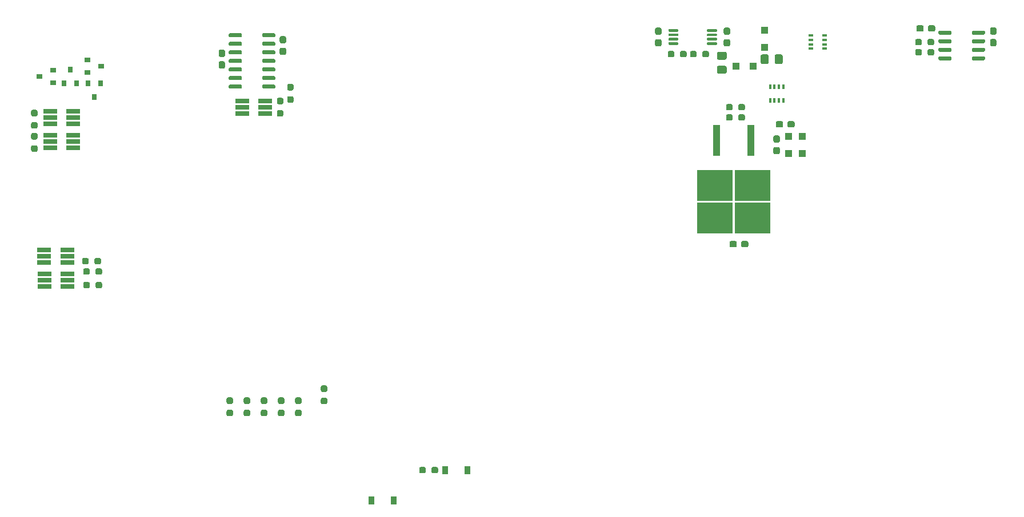
<source format=gbp>
G04 #@! TF.GenerationSoftware,KiCad,Pcbnew,(5.1.10-1-10_14)*
G04 #@! TF.CreationDate,2021-10-15T12:17:32-04:00*
G04 #@! TF.ProjectId,Multimeter,4d756c74-696d-4657-9465-722e6b696361,rev?*
G04 #@! TF.SameCoordinates,Original*
G04 #@! TF.FileFunction,Paste,Bot*
G04 #@! TF.FilePolarity,Positive*
%FSLAX46Y46*%
G04 Gerber Fmt 4.6, Leading zero omitted, Abs format (unit mm)*
G04 Created by KiCad (PCBNEW (5.1.10-1-10_14)) date 2021-10-15 12:17:32*
%MOMM*%
%LPD*%
G01*
G04 APERTURE LIST*
%ADD10R,0.900000X1.200000*%
%ADD11R,0.635000X0.381000*%
%ADD12R,0.381000X0.635000*%
%ADD13R,2.000000X0.650000*%
%ADD14R,5.250000X4.550000*%
%ADD15R,1.100000X4.600000*%
%ADD16R,1.000000X1.000000*%
%ADD17R,0.900000X0.800000*%
%ADD18R,0.800000X0.900000*%
G04 APERTURE END LIST*
D10*
X141000000Y-97000000D03*
X137700000Y-97000000D03*
G36*
G01*
X96855000Y-65261500D02*
X96855000Y-64786500D01*
G75*
G02*
X97092500Y-64549000I237500J0D01*
G01*
X97592500Y-64549000D01*
G75*
G02*
X97830000Y-64786500I0J-237500D01*
G01*
X97830000Y-65261500D01*
G75*
G02*
X97592500Y-65499000I-237500J0D01*
G01*
X97092500Y-65499000D01*
G75*
G02*
X96855000Y-65261500I0J237500D01*
G01*
G37*
G36*
G01*
X95030000Y-65261500D02*
X95030000Y-64786500D01*
G75*
G02*
X95267500Y-64549000I237500J0D01*
G01*
X95767500Y-64549000D01*
G75*
G02*
X96005000Y-64786500I0J-237500D01*
G01*
X96005000Y-65261500D01*
G75*
G02*
X95767500Y-65499000I-237500J0D01*
G01*
X95267500Y-65499000D01*
G75*
G02*
X95030000Y-65261500I0J237500D01*
G01*
G37*
D11*
X204862600Y-29948979D03*
X204862600Y-29298993D03*
X204862600Y-28649007D03*
X204862600Y-27999021D03*
X202881400Y-27999021D03*
X202881400Y-28649007D03*
X202881400Y-29298993D03*
X202881400Y-29948979D03*
D12*
X196801021Y-37584600D03*
X197451007Y-37584600D03*
X198100993Y-37584600D03*
X198750979Y-37584600D03*
X198750979Y-35603400D03*
X198100993Y-35603400D03*
X197451007Y-35603400D03*
X196801021Y-35603400D03*
D13*
X122016000Y-39576000D03*
X122016000Y-38626000D03*
X122016000Y-37676000D03*
X118596000Y-37676000D03*
X118596000Y-38626000D03*
X118596000Y-39576000D03*
G36*
G01*
X223708000Y-27427000D02*
X223708000Y-27727000D01*
G75*
G02*
X223558000Y-27877000I-150000J0D01*
G01*
X221908000Y-27877000D01*
G75*
G02*
X221758000Y-27727000I0J150000D01*
G01*
X221758000Y-27427000D01*
G75*
G02*
X221908000Y-27277000I150000J0D01*
G01*
X223558000Y-27277000D01*
G75*
G02*
X223708000Y-27427000I0J-150000D01*
G01*
G37*
G36*
G01*
X223708000Y-28697000D02*
X223708000Y-28997000D01*
G75*
G02*
X223558000Y-29147000I-150000J0D01*
G01*
X221908000Y-29147000D01*
G75*
G02*
X221758000Y-28997000I0J150000D01*
G01*
X221758000Y-28697000D01*
G75*
G02*
X221908000Y-28547000I150000J0D01*
G01*
X223558000Y-28547000D01*
G75*
G02*
X223708000Y-28697000I0J-150000D01*
G01*
G37*
G36*
G01*
X223708000Y-29967000D02*
X223708000Y-30267000D01*
G75*
G02*
X223558000Y-30417000I-150000J0D01*
G01*
X221908000Y-30417000D01*
G75*
G02*
X221758000Y-30267000I0J150000D01*
G01*
X221758000Y-29967000D01*
G75*
G02*
X221908000Y-29817000I150000J0D01*
G01*
X223558000Y-29817000D01*
G75*
G02*
X223708000Y-29967000I0J-150000D01*
G01*
G37*
G36*
G01*
X223708000Y-31237000D02*
X223708000Y-31537000D01*
G75*
G02*
X223558000Y-31687000I-150000J0D01*
G01*
X221908000Y-31687000D01*
G75*
G02*
X221758000Y-31537000I0J150000D01*
G01*
X221758000Y-31237000D01*
G75*
G02*
X221908000Y-31087000I150000J0D01*
G01*
X223558000Y-31087000D01*
G75*
G02*
X223708000Y-31237000I0J-150000D01*
G01*
G37*
G36*
G01*
X228658000Y-31237000D02*
X228658000Y-31537000D01*
G75*
G02*
X228508000Y-31687000I-150000J0D01*
G01*
X226858000Y-31687000D01*
G75*
G02*
X226708000Y-31537000I0J150000D01*
G01*
X226708000Y-31237000D01*
G75*
G02*
X226858000Y-31087000I150000J0D01*
G01*
X228508000Y-31087000D01*
G75*
G02*
X228658000Y-31237000I0J-150000D01*
G01*
G37*
G36*
G01*
X228658000Y-29967000D02*
X228658000Y-30267000D01*
G75*
G02*
X228508000Y-30417000I-150000J0D01*
G01*
X226858000Y-30417000D01*
G75*
G02*
X226708000Y-30267000I0J150000D01*
G01*
X226708000Y-29967000D01*
G75*
G02*
X226858000Y-29817000I150000J0D01*
G01*
X228508000Y-29817000D01*
G75*
G02*
X228658000Y-29967000I0J-150000D01*
G01*
G37*
G36*
G01*
X228658000Y-28697000D02*
X228658000Y-28997000D01*
G75*
G02*
X228508000Y-29147000I-150000J0D01*
G01*
X226858000Y-29147000D01*
G75*
G02*
X226708000Y-28997000I0J150000D01*
G01*
X226708000Y-28697000D01*
G75*
G02*
X226858000Y-28547000I150000J0D01*
G01*
X228508000Y-28547000D01*
G75*
G02*
X228658000Y-28697000I0J-150000D01*
G01*
G37*
G36*
G01*
X228658000Y-27427000D02*
X228658000Y-27727000D01*
G75*
G02*
X228508000Y-27877000I-150000J0D01*
G01*
X226858000Y-27877000D01*
G75*
G02*
X226708000Y-27727000I0J150000D01*
G01*
X226708000Y-27427000D01*
G75*
G02*
X226858000Y-27277000I150000J0D01*
G01*
X228508000Y-27277000D01*
G75*
G02*
X228658000Y-27427000I0J-150000D01*
G01*
G37*
X93568000Y-44656000D03*
X93568000Y-43706000D03*
X93568000Y-42756000D03*
X90148000Y-42756000D03*
X90148000Y-43706000D03*
X90148000Y-44656000D03*
G36*
G01*
X88031500Y-43431500D02*
X87556500Y-43431500D01*
G75*
G02*
X87319000Y-43194000I0J237500D01*
G01*
X87319000Y-42694000D01*
G75*
G02*
X87556500Y-42456500I237500J0D01*
G01*
X88031500Y-42456500D01*
G75*
G02*
X88269000Y-42694000I0J-237500D01*
G01*
X88269000Y-43194000D01*
G75*
G02*
X88031500Y-43431500I-237500J0D01*
G01*
G37*
G36*
G01*
X88031500Y-45256500D02*
X87556500Y-45256500D01*
G75*
G02*
X87319000Y-45019000I0J237500D01*
G01*
X87319000Y-44519000D01*
G75*
G02*
X87556500Y-44281500I237500J0D01*
G01*
X88031500Y-44281500D01*
G75*
G02*
X88269000Y-44519000I0J-237500D01*
G01*
X88269000Y-45019000D01*
G75*
G02*
X88031500Y-45256500I-237500J0D01*
G01*
G37*
G36*
G01*
X183205000Y-27137000D02*
X183205000Y-27337000D01*
G75*
G02*
X183105000Y-27437000I-100000J0D01*
G01*
X181830000Y-27437000D01*
G75*
G02*
X181730000Y-27337000I0J100000D01*
G01*
X181730000Y-27137000D01*
G75*
G02*
X181830000Y-27037000I100000J0D01*
G01*
X183105000Y-27037000D01*
G75*
G02*
X183205000Y-27137000I0J-100000D01*
G01*
G37*
G36*
G01*
X183205000Y-27787000D02*
X183205000Y-27987000D01*
G75*
G02*
X183105000Y-28087000I-100000J0D01*
G01*
X181830000Y-28087000D01*
G75*
G02*
X181730000Y-27987000I0J100000D01*
G01*
X181730000Y-27787000D01*
G75*
G02*
X181830000Y-27687000I100000J0D01*
G01*
X183105000Y-27687000D01*
G75*
G02*
X183205000Y-27787000I0J-100000D01*
G01*
G37*
G36*
G01*
X183205000Y-28437000D02*
X183205000Y-28637000D01*
G75*
G02*
X183105000Y-28737000I-100000J0D01*
G01*
X181830000Y-28737000D01*
G75*
G02*
X181730000Y-28637000I0J100000D01*
G01*
X181730000Y-28437000D01*
G75*
G02*
X181830000Y-28337000I100000J0D01*
G01*
X183105000Y-28337000D01*
G75*
G02*
X183205000Y-28437000I0J-100000D01*
G01*
G37*
G36*
G01*
X183205000Y-29087000D02*
X183205000Y-29287000D01*
G75*
G02*
X183105000Y-29387000I-100000J0D01*
G01*
X181830000Y-29387000D01*
G75*
G02*
X181730000Y-29287000I0J100000D01*
G01*
X181730000Y-29087000D01*
G75*
G02*
X181830000Y-28987000I100000J0D01*
G01*
X183105000Y-28987000D01*
G75*
G02*
X183205000Y-29087000I0J-100000D01*
G01*
G37*
G36*
G01*
X188930000Y-29087000D02*
X188930000Y-29287000D01*
G75*
G02*
X188830000Y-29387000I-100000J0D01*
G01*
X187555000Y-29387000D01*
G75*
G02*
X187455000Y-29287000I0J100000D01*
G01*
X187455000Y-29087000D01*
G75*
G02*
X187555000Y-28987000I100000J0D01*
G01*
X188830000Y-28987000D01*
G75*
G02*
X188930000Y-29087000I0J-100000D01*
G01*
G37*
G36*
G01*
X188930000Y-28437000D02*
X188930000Y-28637000D01*
G75*
G02*
X188830000Y-28737000I-100000J0D01*
G01*
X187555000Y-28737000D01*
G75*
G02*
X187455000Y-28637000I0J100000D01*
G01*
X187455000Y-28437000D01*
G75*
G02*
X187555000Y-28337000I100000J0D01*
G01*
X188830000Y-28337000D01*
G75*
G02*
X188930000Y-28437000I0J-100000D01*
G01*
G37*
G36*
G01*
X188930000Y-27787000D02*
X188930000Y-27987000D01*
G75*
G02*
X188830000Y-28087000I-100000J0D01*
G01*
X187555000Y-28087000D01*
G75*
G02*
X187455000Y-27987000I0J100000D01*
G01*
X187455000Y-27787000D01*
G75*
G02*
X187555000Y-27687000I100000J0D01*
G01*
X188830000Y-27687000D01*
G75*
G02*
X188930000Y-27787000I0J-100000D01*
G01*
G37*
G36*
G01*
X188930000Y-27137000D02*
X188930000Y-27337000D01*
G75*
G02*
X188830000Y-27437000I-100000J0D01*
G01*
X187555000Y-27437000D01*
G75*
G02*
X187455000Y-27337000I0J100000D01*
G01*
X187455000Y-27137000D01*
G75*
G02*
X187555000Y-27037000I100000J0D01*
G01*
X188830000Y-27037000D01*
G75*
G02*
X188930000Y-27137000I0J-100000D01*
G01*
G37*
D14*
X194201000Y-50244000D03*
X188651000Y-55094000D03*
X188651000Y-50244000D03*
X194201000Y-55094000D03*
D15*
X193966000Y-43519000D03*
X188886000Y-43519000D03*
G36*
G01*
X190647500Y-27887000D02*
X190172500Y-27887000D01*
G75*
G02*
X189935000Y-27649500I0J237500D01*
G01*
X189935000Y-27049500D01*
G75*
G02*
X190172500Y-26812000I237500J0D01*
G01*
X190647500Y-26812000D01*
G75*
G02*
X190885000Y-27049500I0J-237500D01*
G01*
X190885000Y-27649500D01*
G75*
G02*
X190647500Y-27887000I-237500J0D01*
G01*
G37*
G36*
G01*
X190647500Y-29612000D02*
X190172500Y-29612000D01*
G75*
G02*
X189935000Y-29374500I0J237500D01*
G01*
X189935000Y-28774500D01*
G75*
G02*
X190172500Y-28537000I237500J0D01*
G01*
X190647500Y-28537000D01*
G75*
G02*
X190885000Y-28774500I0J-237500D01*
G01*
X190885000Y-29374500D01*
G75*
G02*
X190647500Y-29612000I-237500J0D01*
G01*
G37*
D10*
X151928000Y-92474000D03*
X148628000Y-92474000D03*
G36*
G01*
X88031500Y-39979000D02*
X87556500Y-39979000D01*
G75*
G02*
X87319000Y-39741500I0J237500D01*
G01*
X87319000Y-39241500D01*
G75*
G02*
X87556500Y-39004000I237500J0D01*
G01*
X88031500Y-39004000D01*
G75*
G02*
X88269000Y-39241500I0J-237500D01*
G01*
X88269000Y-39741500D01*
G75*
G02*
X88031500Y-39979000I-237500J0D01*
G01*
G37*
G36*
G01*
X88031500Y-41804000D02*
X87556500Y-41804000D01*
G75*
G02*
X87319000Y-41566500I0J237500D01*
G01*
X87319000Y-41066500D01*
G75*
G02*
X87556500Y-40829000I237500J0D01*
G01*
X88031500Y-40829000D01*
G75*
G02*
X88269000Y-41066500I0J-237500D01*
G01*
X88269000Y-41566500D01*
G75*
G02*
X88031500Y-41804000I-237500J0D01*
G01*
G37*
D13*
X92710000Y-65230000D03*
X92710000Y-64280000D03*
X92710000Y-63330000D03*
X89290000Y-63330000D03*
X89290000Y-64280000D03*
X89290000Y-65230000D03*
G36*
G01*
X121552000Y-35728000D02*
X121552000Y-35428000D01*
G75*
G02*
X121702000Y-35278000I150000J0D01*
G01*
X123352000Y-35278000D01*
G75*
G02*
X123502000Y-35428000I0J-150000D01*
G01*
X123502000Y-35728000D01*
G75*
G02*
X123352000Y-35878000I-150000J0D01*
G01*
X121702000Y-35878000D01*
G75*
G02*
X121552000Y-35728000I0J150000D01*
G01*
G37*
G36*
G01*
X121552000Y-34458000D02*
X121552000Y-34158000D01*
G75*
G02*
X121702000Y-34008000I150000J0D01*
G01*
X123352000Y-34008000D01*
G75*
G02*
X123502000Y-34158000I0J-150000D01*
G01*
X123502000Y-34458000D01*
G75*
G02*
X123352000Y-34608000I-150000J0D01*
G01*
X121702000Y-34608000D01*
G75*
G02*
X121552000Y-34458000I0J150000D01*
G01*
G37*
G36*
G01*
X121552000Y-33188000D02*
X121552000Y-32888000D01*
G75*
G02*
X121702000Y-32738000I150000J0D01*
G01*
X123352000Y-32738000D01*
G75*
G02*
X123502000Y-32888000I0J-150000D01*
G01*
X123502000Y-33188000D01*
G75*
G02*
X123352000Y-33338000I-150000J0D01*
G01*
X121702000Y-33338000D01*
G75*
G02*
X121552000Y-33188000I0J150000D01*
G01*
G37*
G36*
G01*
X121552000Y-31918000D02*
X121552000Y-31618000D01*
G75*
G02*
X121702000Y-31468000I150000J0D01*
G01*
X123352000Y-31468000D01*
G75*
G02*
X123502000Y-31618000I0J-150000D01*
G01*
X123502000Y-31918000D01*
G75*
G02*
X123352000Y-32068000I-150000J0D01*
G01*
X121702000Y-32068000D01*
G75*
G02*
X121552000Y-31918000I0J150000D01*
G01*
G37*
G36*
G01*
X121552000Y-30648000D02*
X121552000Y-30348000D01*
G75*
G02*
X121702000Y-30198000I150000J0D01*
G01*
X123352000Y-30198000D01*
G75*
G02*
X123502000Y-30348000I0J-150000D01*
G01*
X123502000Y-30648000D01*
G75*
G02*
X123352000Y-30798000I-150000J0D01*
G01*
X121702000Y-30798000D01*
G75*
G02*
X121552000Y-30648000I0J150000D01*
G01*
G37*
G36*
G01*
X121552000Y-29378000D02*
X121552000Y-29078000D01*
G75*
G02*
X121702000Y-28928000I150000J0D01*
G01*
X123352000Y-28928000D01*
G75*
G02*
X123502000Y-29078000I0J-150000D01*
G01*
X123502000Y-29378000D01*
G75*
G02*
X123352000Y-29528000I-150000J0D01*
G01*
X121702000Y-29528000D01*
G75*
G02*
X121552000Y-29378000I0J150000D01*
G01*
G37*
G36*
G01*
X121552000Y-28108000D02*
X121552000Y-27808000D01*
G75*
G02*
X121702000Y-27658000I150000J0D01*
G01*
X123352000Y-27658000D01*
G75*
G02*
X123502000Y-27808000I0J-150000D01*
G01*
X123502000Y-28108000D01*
G75*
G02*
X123352000Y-28258000I-150000J0D01*
G01*
X121702000Y-28258000D01*
G75*
G02*
X121552000Y-28108000I0J150000D01*
G01*
G37*
G36*
G01*
X116602000Y-28108000D02*
X116602000Y-27808000D01*
G75*
G02*
X116752000Y-27658000I150000J0D01*
G01*
X118402000Y-27658000D01*
G75*
G02*
X118552000Y-27808000I0J-150000D01*
G01*
X118552000Y-28108000D01*
G75*
G02*
X118402000Y-28258000I-150000J0D01*
G01*
X116752000Y-28258000D01*
G75*
G02*
X116602000Y-28108000I0J150000D01*
G01*
G37*
G36*
G01*
X116602000Y-29378000D02*
X116602000Y-29078000D01*
G75*
G02*
X116752000Y-28928000I150000J0D01*
G01*
X118402000Y-28928000D01*
G75*
G02*
X118552000Y-29078000I0J-150000D01*
G01*
X118552000Y-29378000D01*
G75*
G02*
X118402000Y-29528000I-150000J0D01*
G01*
X116752000Y-29528000D01*
G75*
G02*
X116602000Y-29378000I0J150000D01*
G01*
G37*
G36*
G01*
X116602000Y-30648000D02*
X116602000Y-30348000D01*
G75*
G02*
X116752000Y-30198000I150000J0D01*
G01*
X118402000Y-30198000D01*
G75*
G02*
X118552000Y-30348000I0J-150000D01*
G01*
X118552000Y-30648000D01*
G75*
G02*
X118402000Y-30798000I-150000J0D01*
G01*
X116752000Y-30798000D01*
G75*
G02*
X116602000Y-30648000I0J150000D01*
G01*
G37*
G36*
G01*
X116602000Y-31918000D02*
X116602000Y-31618000D01*
G75*
G02*
X116752000Y-31468000I150000J0D01*
G01*
X118402000Y-31468000D01*
G75*
G02*
X118552000Y-31618000I0J-150000D01*
G01*
X118552000Y-31918000D01*
G75*
G02*
X118402000Y-32068000I-150000J0D01*
G01*
X116752000Y-32068000D01*
G75*
G02*
X116602000Y-31918000I0J150000D01*
G01*
G37*
G36*
G01*
X116602000Y-33188000D02*
X116602000Y-32888000D01*
G75*
G02*
X116752000Y-32738000I150000J0D01*
G01*
X118402000Y-32738000D01*
G75*
G02*
X118552000Y-32888000I0J-150000D01*
G01*
X118552000Y-33188000D01*
G75*
G02*
X118402000Y-33338000I-150000J0D01*
G01*
X116752000Y-33338000D01*
G75*
G02*
X116602000Y-33188000I0J150000D01*
G01*
G37*
G36*
G01*
X116602000Y-34458000D02*
X116602000Y-34158000D01*
G75*
G02*
X116752000Y-34008000I150000J0D01*
G01*
X118402000Y-34008000D01*
G75*
G02*
X118552000Y-34158000I0J-150000D01*
G01*
X118552000Y-34458000D01*
G75*
G02*
X118402000Y-34608000I-150000J0D01*
G01*
X116752000Y-34608000D01*
G75*
G02*
X116602000Y-34458000I0J150000D01*
G01*
G37*
G36*
G01*
X116602000Y-35728000D02*
X116602000Y-35428000D01*
G75*
G02*
X116752000Y-35278000I150000J0D01*
G01*
X118402000Y-35278000D01*
G75*
G02*
X118552000Y-35428000I0J-150000D01*
G01*
X118552000Y-35728000D01*
G75*
G02*
X118402000Y-35878000I-150000J0D01*
G01*
X116752000Y-35878000D01*
G75*
G02*
X116602000Y-35728000I0J150000D01*
G01*
G37*
G36*
G01*
X185921000Y-30514500D02*
X185921000Y-30989500D01*
G75*
G02*
X185683500Y-31227000I-237500J0D01*
G01*
X185183500Y-31227000D01*
G75*
G02*
X184946000Y-30989500I0J237500D01*
G01*
X184946000Y-30514500D01*
G75*
G02*
X185183500Y-30277000I237500J0D01*
G01*
X185683500Y-30277000D01*
G75*
G02*
X185921000Y-30514500I0J-237500D01*
G01*
G37*
G36*
G01*
X187746000Y-30514500D02*
X187746000Y-30989500D01*
G75*
G02*
X187508500Y-31227000I-237500J0D01*
G01*
X187008500Y-31227000D01*
G75*
G02*
X186771000Y-30989500I0J237500D01*
G01*
X186771000Y-30514500D01*
G75*
G02*
X187008500Y-30277000I237500J0D01*
G01*
X187508500Y-30277000D01*
G75*
G02*
X187746000Y-30514500I0J-237500D01*
G01*
G37*
G36*
G01*
X182619000Y-30514500D02*
X182619000Y-30989500D01*
G75*
G02*
X182381500Y-31227000I-237500J0D01*
G01*
X181881500Y-31227000D01*
G75*
G02*
X181644000Y-30989500I0J237500D01*
G01*
X181644000Y-30514500D01*
G75*
G02*
X181881500Y-30277000I237500J0D01*
G01*
X182381500Y-30277000D01*
G75*
G02*
X182619000Y-30514500I0J-237500D01*
G01*
G37*
G36*
G01*
X184444000Y-30514500D02*
X184444000Y-30989500D01*
G75*
G02*
X184206500Y-31227000I-237500J0D01*
G01*
X183706500Y-31227000D01*
G75*
G02*
X183469000Y-30989500I0J237500D01*
G01*
X183469000Y-30514500D01*
G75*
G02*
X183706500Y-30277000I237500J0D01*
G01*
X184206500Y-30277000D01*
G75*
G02*
X184444000Y-30514500I0J-237500D01*
G01*
G37*
G36*
G01*
X191255000Y-38388500D02*
X191255000Y-38863500D01*
G75*
G02*
X191017500Y-39101000I-237500J0D01*
G01*
X190517500Y-39101000D01*
G75*
G02*
X190280000Y-38863500I0J237500D01*
G01*
X190280000Y-38388500D01*
G75*
G02*
X190517500Y-38151000I237500J0D01*
G01*
X191017500Y-38151000D01*
G75*
G02*
X191255000Y-38388500I0J-237500D01*
G01*
G37*
G36*
G01*
X193080000Y-38388500D02*
X193080000Y-38863500D01*
G75*
G02*
X192842500Y-39101000I-237500J0D01*
G01*
X192342500Y-39101000D01*
G75*
G02*
X192105000Y-38863500I0J237500D01*
G01*
X192105000Y-38388500D01*
G75*
G02*
X192342500Y-38151000I237500J0D01*
G01*
X192842500Y-38151000D01*
G75*
G02*
X193080000Y-38388500I0J-237500D01*
G01*
G37*
G36*
G01*
X192105000Y-40387500D02*
X192105000Y-39912500D01*
G75*
G02*
X192342500Y-39675000I237500J0D01*
G01*
X192842500Y-39675000D01*
G75*
G02*
X193080000Y-39912500I0J-237500D01*
G01*
X193080000Y-40387500D01*
G75*
G02*
X192842500Y-40625000I-237500J0D01*
G01*
X192342500Y-40625000D01*
G75*
G02*
X192105000Y-40387500I0J237500D01*
G01*
G37*
G36*
G01*
X190280000Y-40387500D02*
X190280000Y-39912500D01*
G75*
G02*
X190517500Y-39675000I237500J0D01*
G01*
X191017500Y-39675000D01*
G75*
G02*
X191255000Y-39912500I0J-237500D01*
G01*
X191255000Y-40387500D01*
G75*
G02*
X191017500Y-40625000I-237500J0D01*
G01*
X190517500Y-40625000D01*
G75*
G02*
X190280000Y-40387500I0J237500D01*
G01*
G37*
G36*
G01*
X220135000Y-30717500D02*
X220135000Y-30242500D01*
G75*
G02*
X220372500Y-30005000I237500J0D01*
G01*
X220872500Y-30005000D01*
G75*
G02*
X221110000Y-30242500I0J-237500D01*
G01*
X221110000Y-30717500D01*
G75*
G02*
X220872500Y-30955000I-237500J0D01*
G01*
X220372500Y-30955000D01*
G75*
G02*
X220135000Y-30717500I0J237500D01*
G01*
G37*
G36*
G01*
X218310000Y-30717500D02*
X218310000Y-30242500D01*
G75*
G02*
X218547500Y-30005000I237500J0D01*
G01*
X219047500Y-30005000D01*
G75*
G02*
X219285000Y-30242500I0J-237500D01*
G01*
X219285000Y-30717500D01*
G75*
G02*
X219047500Y-30955000I-237500J0D01*
G01*
X218547500Y-30955000D01*
G75*
G02*
X218310000Y-30717500I0J237500D01*
G01*
G37*
G36*
G01*
X220135000Y-29211500D02*
X220135000Y-28736500D01*
G75*
G02*
X220372500Y-28499000I237500J0D01*
G01*
X220872500Y-28499000D01*
G75*
G02*
X221110000Y-28736500I0J-237500D01*
G01*
X221110000Y-29211500D01*
G75*
G02*
X220872500Y-29449000I-237500J0D01*
G01*
X220372500Y-29449000D01*
G75*
G02*
X220135000Y-29211500I0J237500D01*
G01*
G37*
G36*
G01*
X218310000Y-29211500D02*
X218310000Y-28736500D01*
G75*
G02*
X218547500Y-28499000I237500J0D01*
G01*
X219047500Y-28499000D01*
G75*
G02*
X219285000Y-28736500I0J-237500D01*
G01*
X219285000Y-29211500D01*
G75*
G02*
X219047500Y-29449000I-237500J0D01*
G01*
X218547500Y-29449000D01*
G75*
G02*
X218310000Y-29211500I0J237500D01*
G01*
G37*
G36*
G01*
X130482500Y-81723000D02*
X130957500Y-81723000D01*
G75*
G02*
X131195000Y-81960500I0J-237500D01*
G01*
X131195000Y-82460500D01*
G75*
G02*
X130957500Y-82698000I-237500J0D01*
G01*
X130482500Y-82698000D01*
G75*
G02*
X130245000Y-82460500I0J237500D01*
G01*
X130245000Y-81960500D01*
G75*
G02*
X130482500Y-81723000I237500J0D01*
G01*
G37*
G36*
G01*
X130482500Y-79898000D02*
X130957500Y-79898000D01*
G75*
G02*
X131195000Y-80135500I0J-237500D01*
G01*
X131195000Y-80635500D01*
G75*
G02*
X130957500Y-80873000I-237500J0D01*
G01*
X130482500Y-80873000D01*
G75*
G02*
X130245000Y-80635500I0J237500D01*
G01*
X130245000Y-80135500D01*
G75*
G02*
X130482500Y-79898000I237500J0D01*
G01*
G37*
G36*
G01*
X116512500Y-83501000D02*
X116987500Y-83501000D01*
G75*
G02*
X117225000Y-83738500I0J-237500D01*
G01*
X117225000Y-84238500D01*
G75*
G02*
X116987500Y-84476000I-237500J0D01*
G01*
X116512500Y-84476000D01*
G75*
G02*
X116275000Y-84238500I0J237500D01*
G01*
X116275000Y-83738500D01*
G75*
G02*
X116512500Y-83501000I237500J0D01*
G01*
G37*
G36*
G01*
X116512500Y-81676000D02*
X116987500Y-81676000D01*
G75*
G02*
X117225000Y-81913500I0J-237500D01*
G01*
X117225000Y-82413500D01*
G75*
G02*
X116987500Y-82651000I-237500J0D01*
G01*
X116512500Y-82651000D01*
G75*
G02*
X116275000Y-82413500I0J237500D01*
G01*
X116275000Y-81913500D01*
G75*
G02*
X116512500Y-81676000I237500J0D01*
G01*
G37*
G36*
G01*
X119052500Y-83501000D02*
X119527500Y-83501000D01*
G75*
G02*
X119765000Y-83738500I0J-237500D01*
G01*
X119765000Y-84238500D01*
G75*
G02*
X119527500Y-84476000I-237500J0D01*
G01*
X119052500Y-84476000D01*
G75*
G02*
X118815000Y-84238500I0J237500D01*
G01*
X118815000Y-83738500D01*
G75*
G02*
X119052500Y-83501000I237500J0D01*
G01*
G37*
G36*
G01*
X119052500Y-81676000D02*
X119527500Y-81676000D01*
G75*
G02*
X119765000Y-81913500I0J-237500D01*
G01*
X119765000Y-82413500D01*
G75*
G02*
X119527500Y-82651000I-237500J0D01*
G01*
X119052500Y-82651000D01*
G75*
G02*
X118815000Y-82413500I0J237500D01*
G01*
X118815000Y-81913500D01*
G75*
G02*
X119052500Y-81676000I237500J0D01*
G01*
G37*
G36*
G01*
X121592500Y-83501000D02*
X122067500Y-83501000D01*
G75*
G02*
X122305000Y-83738500I0J-237500D01*
G01*
X122305000Y-84238500D01*
G75*
G02*
X122067500Y-84476000I-237500J0D01*
G01*
X121592500Y-84476000D01*
G75*
G02*
X121355000Y-84238500I0J237500D01*
G01*
X121355000Y-83738500D01*
G75*
G02*
X121592500Y-83501000I237500J0D01*
G01*
G37*
G36*
G01*
X121592500Y-81676000D02*
X122067500Y-81676000D01*
G75*
G02*
X122305000Y-81913500I0J-237500D01*
G01*
X122305000Y-82413500D01*
G75*
G02*
X122067500Y-82651000I-237500J0D01*
G01*
X121592500Y-82651000D01*
G75*
G02*
X121355000Y-82413500I0J237500D01*
G01*
X121355000Y-81913500D01*
G75*
G02*
X121592500Y-81676000I237500J0D01*
G01*
G37*
G36*
G01*
X124132500Y-83501000D02*
X124607500Y-83501000D01*
G75*
G02*
X124845000Y-83738500I0J-237500D01*
G01*
X124845000Y-84238500D01*
G75*
G02*
X124607500Y-84476000I-237500J0D01*
G01*
X124132500Y-84476000D01*
G75*
G02*
X123895000Y-84238500I0J237500D01*
G01*
X123895000Y-83738500D01*
G75*
G02*
X124132500Y-83501000I237500J0D01*
G01*
G37*
G36*
G01*
X124132500Y-81676000D02*
X124607500Y-81676000D01*
G75*
G02*
X124845000Y-81913500I0J-237500D01*
G01*
X124845000Y-82413500D01*
G75*
G02*
X124607500Y-82651000I-237500J0D01*
G01*
X124132500Y-82651000D01*
G75*
G02*
X123895000Y-82413500I0J237500D01*
G01*
X123895000Y-81913500D01*
G75*
G02*
X124132500Y-81676000I237500J0D01*
G01*
G37*
G36*
G01*
X126672500Y-83501000D02*
X127147500Y-83501000D01*
G75*
G02*
X127385000Y-83738500I0J-237500D01*
G01*
X127385000Y-84238500D01*
G75*
G02*
X127147500Y-84476000I-237500J0D01*
G01*
X126672500Y-84476000D01*
G75*
G02*
X126435000Y-84238500I0J237500D01*
G01*
X126435000Y-83738500D01*
G75*
G02*
X126672500Y-83501000I237500J0D01*
G01*
G37*
G36*
G01*
X126672500Y-81676000D02*
X127147500Y-81676000D01*
G75*
G02*
X127385000Y-81913500I0J-237500D01*
G01*
X127385000Y-82413500D01*
G75*
G02*
X127147500Y-82651000I-237500J0D01*
G01*
X126672500Y-82651000D01*
G75*
G02*
X126435000Y-82413500I0J237500D01*
G01*
X126435000Y-81913500D01*
G75*
G02*
X126672500Y-81676000I237500J0D01*
G01*
G37*
G36*
G01*
X145789000Y-92236500D02*
X145789000Y-92711500D01*
G75*
G02*
X145551500Y-92949000I-237500J0D01*
G01*
X145051500Y-92949000D01*
G75*
G02*
X144814000Y-92711500I0J237500D01*
G01*
X144814000Y-92236500D01*
G75*
G02*
X145051500Y-91999000I237500J0D01*
G01*
X145551500Y-91999000D01*
G75*
G02*
X145789000Y-92236500I0J-237500D01*
G01*
G37*
G36*
G01*
X147614000Y-92236500D02*
X147614000Y-92711500D01*
G75*
G02*
X147376500Y-92949000I-237500J0D01*
G01*
X146876500Y-92949000D01*
G75*
G02*
X146639000Y-92711500I0J237500D01*
G01*
X146639000Y-92236500D01*
G75*
G02*
X146876500Y-91999000I237500J0D01*
G01*
X147376500Y-91999000D01*
G75*
G02*
X147614000Y-92236500I0J-237500D01*
G01*
G37*
G36*
G01*
X125492500Y-37001000D02*
X125967500Y-37001000D01*
G75*
G02*
X126205000Y-37238500I0J-237500D01*
G01*
X126205000Y-37738500D01*
G75*
G02*
X125967500Y-37976000I-237500J0D01*
G01*
X125492500Y-37976000D01*
G75*
G02*
X125255000Y-37738500I0J237500D01*
G01*
X125255000Y-37238500D01*
G75*
G02*
X125492500Y-37001000I237500J0D01*
G01*
G37*
G36*
G01*
X125492500Y-35176000D02*
X125967500Y-35176000D01*
G75*
G02*
X126205000Y-35413500I0J-237500D01*
G01*
X126205000Y-35913500D01*
G75*
G02*
X125967500Y-36151000I-237500J0D01*
G01*
X125492500Y-36151000D01*
G75*
G02*
X125255000Y-35913500I0J237500D01*
G01*
X125255000Y-35413500D01*
G75*
G02*
X125492500Y-35176000I237500J0D01*
G01*
G37*
G36*
G01*
X123968500Y-39051000D02*
X124443500Y-39051000D01*
G75*
G02*
X124681000Y-39288500I0J-237500D01*
G01*
X124681000Y-39788500D01*
G75*
G02*
X124443500Y-40026000I-237500J0D01*
G01*
X123968500Y-40026000D01*
G75*
G02*
X123731000Y-39788500I0J237500D01*
G01*
X123731000Y-39288500D01*
G75*
G02*
X123968500Y-39051000I237500J0D01*
G01*
G37*
G36*
G01*
X123968500Y-37226000D02*
X124443500Y-37226000D01*
G75*
G02*
X124681000Y-37463500I0J-237500D01*
G01*
X124681000Y-37963500D01*
G75*
G02*
X124443500Y-38201000I-237500J0D01*
G01*
X123968500Y-38201000D01*
G75*
G02*
X123731000Y-37963500I0J237500D01*
G01*
X123731000Y-37463500D01*
G75*
G02*
X123968500Y-37226000I237500J0D01*
G01*
G37*
G36*
G01*
X96691000Y-61705500D02*
X96691000Y-61230500D01*
G75*
G02*
X96928500Y-60993000I237500J0D01*
G01*
X97428500Y-60993000D01*
G75*
G02*
X97666000Y-61230500I0J-237500D01*
G01*
X97666000Y-61705500D01*
G75*
G02*
X97428500Y-61943000I-237500J0D01*
G01*
X96928500Y-61943000D01*
G75*
G02*
X96691000Y-61705500I0J237500D01*
G01*
G37*
G36*
G01*
X94866000Y-61705500D02*
X94866000Y-61230500D01*
G75*
G02*
X95103500Y-60993000I237500J0D01*
G01*
X95603500Y-60993000D01*
G75*
G02*
X95841000Y-61230500I0J-237500D01*
G01*
X95841000Y-61705500D01*
G75*
G02*
X95603500Y-61943000I-237500J0D01*
G01*
X95103500Y-61943000D01*
G75*
G02*
X94866000Y-61705500I0J237500D01*
G01*
G37*
G36*
G01*
X96855000Y-63247500D02*
X96855000Y-62772500D01*
G75*
G02*
X97092500Y-62535000I237500J0D01*
G01*
X97592500Y-62535000D01*
G75*
G02*
X97830000Y-62772500I0J-237500D01*
G01*
X97830000Y-63247500D01*
G75*
G02*
X97592500Y-63485000I-237500J0D01*
G01*
X97092500Y-63485000D01*
G75*
G02*
X96855000Y-63247500I0J237500D01*
G01*
G37*
G36*
G01*
X95030000Y-63247500D02*
X95030000Y-62772500D01*
G75*
G02*
X95267500Y-62535000I237500J0D01*
G01*
X95767500Y-62535000D01*
G75*
G02*
X96005000Y-62772500I0J-237500D01*
G01*
X96005000Y-63247500D01*
G75*
G02*
X95767500Y-63485000I-237500J0D01*
G01*
X95267500Y-63485000D01*
G75*
G02*
X95030000Y-63247500I0J237500D01*
G01*
G37*
X92679000Y-61674000D03*
X92679000Y-60724000D03*
X92679000Y-59774000D03*
X89259000Y-59774000D03*
X89259000Y-60724000D03*
X89259000Y-61674000D03*
X93568000Y-41100000D03*
X93568000Y-40150000D03*
X93568000Y-39200000D03*
X90148000Y-39200000D03*
X90148000Y-40150000D03*
X90148000Y-41100000D03*
D16*
X194290000Y-32512000D03*
X191790000Y-32512000D03*
X195998000Y-27216000D03*
X195998000Y-29716000D03*
X199554000Y-45464000D03*
X199554000Y-42964000D03*
X201586000Y-42964000D03*
X201586000Y-45464000D03*
G36*
G01*
X180487500Y-27887000D02*
X180012500Y-27887000D01*
G75*
G02*
X179775000Y-27649500I0J237500D01*
G01*
X179775000Y-27049500D01*
G75*
G02*
X180012500Y-26812000I237500J0D01*
G01*
X180487500Y-26812000D01*
G75*
G02*
X180725000Y-27049500I0J-237500D01*
G01*
X180725000Y-27649500D01*
G75*
G02*
X180487500Y-27887000I-237500J0D01*
G01*
G37*
G36*
G01*
X180487500Y-29612000D02*
X180012500Y-29612000D01*
G75*
G02*
X179775000Y-29374500I0J237500D01*
G01*
X179775000Y-28774500D01*
G75*
G02*
X180012500Y-28537000I237500J0D01*
G01*
X180487500Y-28537000D01*
G75*
G02*
X180725000Y-28774500I0J-237500D01*
G01*
X180725000Y-29374500D01*
G75*
G02*
X180487500Y-29612000I-237500J0D01*
G01*
G37*
G36*
G01*
X192513000Y-59183500D02*
X192513000Y-58708500D01*
G75*
G02*
X192750500Y-58471000I237500J0D01*
G01*
X193350500Y-58471000D01*
G75*
G02*
X193588000Y-58708500I0J-237500D01*
G01*
X193588000Y-59183500D01*
G75*
G02*
X193350500Y-59421000I-237500J0D01*
G01*
X192750500Y-59421000D01*
G75*
G02*
X192513000Y-59183500I0J237500D01*
G01*
G37*
G36*
G01*
X190788000Y-59183500D02*
X190788000Y-58708500D01*
G75*
G02*
X191025500Y-58471000I237500J0D01*
G01*
X191625500Y-58471000D01*
G75*
G02*
X191863000Y-58708500I0J-237500D01*
G01*
X191863000Y-59183500D01*
G75*
G02*
X191625500Y-59421000I-237500J0D01*
G01*
X191025500Y-59421000D01*
G75*
G02*
X190788000Y-59183500I0J237500D01*
G01*
G37*
G36*
G01*
X189173000Y-32472000D02*
X190123000Y-32472000D01*
G75*
G02*
X190373000Y-32722000I0J-250000D01*
G01*
X190373000Y-33397000D01*
G75*
G02*
X190123000Y-33647000I-250000J0D01*
G01*
X189173000Y-33647000D01*
G75*
G02*
X188923000Y-33397000I0J250000D01*
G01*
X188923000Y-32722000D01*
G75*
G02*
X189173000Y-32472000I250000J0D01*
G01*
G37*
G36*
G01*
X189173000Y-30397000D02*
X190123000Y-30397000D01*
G75*
G02*
X190373000Y-30647000I0J-250000D01*
G01*
X190373000Y-31322000D01*
G75*
G02*
X190123000Y-31572000I-250000J0D01*
G01*
X189173000Y-31572000D01*
G75*
G02*
X188923000Y-31322000I0J250000D01*
G01*
X188923000Y-30647000D01*
G75*
G02*
X189173000Y-30397000I250000J0D01*
G01*
G37*
G36*
G01*
X197485500Y-31989000D02*
X197485500Y-31039000D01*
G75*
G02*
X197735500Y-30789000I250000J0D01*
G01*
X198410500Y-30789000D01*
G75*
G02*
X198660500Y-31039000I0J-250000D01*
G01*
X198660500Y-31989000D01*
G75*
G02*
X198410500Y-32239000I-250000J0D01*
G01*
X197735500Y-32239000D01*
G75*
G02*
X197485500Y-31989000I0J250000D01*
G01*
G37*
G36*
G01*
X195410500Y-31989000D02*
X195410500Y-31039000D01*
G75*
G02*
X195660500Y-30789000I250000J0D01*
G01*
X196335500Y-30789000D01*
G75*
G02*
X196585500Y-31039000I0J-250000D01*
G01*
X196585500Y-31989000D01*
G75*
G02*
X196335500Y-32239000I-250000J0D01*
G01*
X195660500Y-32239000D01*
G75*
G02*
X195410500Y-31989000I0J250000D01*
G01*
G37*
G36*
G01*
X197538500Y-44539000D02*
X198013500Y-44539000D01*
G75*
G02*
X198251000Y-44776500I0J-237500D01*
G01*
X198251000Y-45376500D01*
G75*
G02*
X198013500Y-45614000I-237500J0D01*
G01*
X197538500Y-45614000D01*
G75*
G02*
X197301000Y-45376500I0J237500D01*
G01*
X197301000Y-44776500D01*
G75*
G02*
X197538500Y-44539000I237500J0D01*
G01*
G37*
G36*
G01*
X197538500Y-42814000D02*
X198013500Y-42814000D01*
G75*
G02*
X198251000Y-43051500I0J-237500D01*
G01*
X198251000Y-43651500D01*
G75*
G02*
X198013500Y-43889000I-237500J0D01*
G01*
X197538500Y-43889000D01*
G75*
G02*
X197301000Y-43651500I0J237500D01*
G01*
X197301000Y-43051500D01*
G75*
G02*
X197538500Y-42814000I237500J0D01*
G01*
G37*
G36*
G01*
X198721000Y-40928500D02*
X198721000Y-41403500D01*
G75*
G02*
X198483500Y-41641000I-237500J0D01*
G01*
X197883500Y-41641000D01*
G75*
G02*
X197646000Y-41403500I0J237500D01*
G01*
X197646000Y-40928500D01*
G75*
G02*
X197883500Y-40691000I237500J0D01*
G01*
X198483500Y-40691000D01*
G75*
G02*
X198721000Y-40928500I0J-237500D01*
G01*
G37*
G36*
G01*
X200446000Y-40928500D02*
X200446000Y-41403500D01*
G75*
G02*
X200208500Y-41641000I-237500J0D01*
G01*
X199608500Y-41641000D01*
G75*
G02*
X199371000Y-41403500I0J237500D01*
G01*
X199371000Y-40928500D01*
G75*
G02*
X199608500Y-40691000I237500J0D01*
G01*
X200208500Y-40691000D01*
G75*
G02*
X200446000Y-40928500I0J-237500D01*
G01*
G37*
G36*
G01*
X229632500Y-28519000D02*
X230107500Y-28519000D01*
G75*
G02*
X230345000Y-28756500I0J-237500D01*
G01*
X230345000Y-29356500D01*
G75*
G02*
X230107500Y-29594000I-237500J0D01*
G01*
X229632500Y-29594000D01*
G75*
G02*
X229395000Y-29356500I0J237500D01*
G01*
X229395000Y-28756500D01*
G75*
G02*
X229632500Y-28519000I237500J0D01*
G01*
G37*
G36*
G01*
X229632500Y-26794000D02*
X230107500Y-26794000D01*
G75*
G02*
X230345000Y-27031500I0J-237500D01*
G01*
X230345000Y-27631500D01*
G75*
G02*
X230107500Y-27869000I-237500J0D01*
G01*
X229632500Y-27869000D01*
G75*
G02*
X229395000Y-27631500I0J237500D01*
G01*
X229395000Y-27031500D01*
G75*
G02*
X229632500Y-26794000I237500J0D01*
G01*
G37*
G36*
G01*
X219549000Y-26704500D02*
X219549000Y-27179500D01*
G75*
G02*
X219311500Y-27417000I-237500J0D01*
G01*
X218711500Y-27417000D01*
G75*
G02*
X218474000Y-27179500I0J237500D01*
G01*
X218474000Y-26704500D01*
G75*
G02*
X218711500Y-26467000I237500J0D01*
G01*
X219311500Y-26467000D01*
G75*
G02*
X219549000Y-26704500I0J-237500D01*
G01*
G37*
G36*
G01*
X221274000Y-26704500D02*
X221274000Y-27179500D01*
G75*
G02*
X221036500Y-27417000I-237500J0D01*
G01*
X220436500Y-27417000D01*
G75*
G02*
X220199000Y-27179500I0J237500D01*
G01*
X220199000Y-26704500D01*
G75*
G02*
X220436500Y-26467000I237500J0D01*
G01*
X221036500Y-26467000D01*
G75*
G02*
X221274000Y-26704500I0J-237500D01*
G01*
G37*
G36*
G01*
X124861500Y-29157000D02*
X124386500Y-29157000D01*
G75*
G02*
X124149000Y-28919500I0J237500D01*
G01*
X124149000Y-28319500D01*
G75*
G02*
X124386500Y-28082000I237500J0D01*
G01*
X124861500Y-28082000D01*
G75*
G02*
X125099000Y-28319500I0J-237500D01*
G01*
X125099000Y-28919500D01*
G75*
G02*
X124861500Y-29157000I-237500J0D01*
G01*
G37*
G36*
G01*
X124861500Y-30882000D02*
X124386500Y-30882000D01*
G75*
G02*
X124149000Y-30644500I0J237500D01*
G01*
X124149000Y-30044500D01*
G75*
G02*
X124386500Y-29807000I237500J0D01*
G01*
X124861500Y-29807000D01*
G75*
G02*
X125099000Y-30044500I0J-237500D01*
G01*
X125099000Y-30644500D01*
G75*
G02*
X124861500Y-30882000I-237500J0D01*
G01*
G37*
G36*
G01*
X115332500Y-31821000D02*
X115807500Y-31821000D01*
G75*
G02*
X116045000Y-32058500I0J-237500D01*
G01*
X116045000Y-32658500D01*
G75*
G02*
X115807500Y-32896000I-237500J0D01*
G01*
X115332500Y-32896000D01*
G75*
G02*
X115095000Y-32658500I0J237500D01*
G01*
X115095000Y-32058500D01*
G75*
G02*
X115332500Y-31821000I237500J0D01*
G01*
G37*
G36*
G01*
X115332500Y-30096000D02*
X115807500Y-30096000D01*
G75*
G02*
X116045000Y-30333500I0J-237500D01*
G01*
X116045000Y-30933500D01*
G75*
G02*
X115807500Y-31171000I-237500J0D01*
G01*
X115332500Y-31171000D01*
G75*
G02*
X115095000Y-30933500I0J237500D01*
G01*
X115095000Y-30333500D01*
G75*
G02*
X115332500Y-30096000I237500J0D01*
G01*
G37*
D17*
X97684000Y-32530000D03*
X95684000Y-31580000D03*
X95684000Y-33480000D03*
D18*
X94078000Y-35054000D03*
X92178000Y-35054000D03*
X93128000Y-33054000D03*
D17*
X88572000Y-34054000D03*
X90572000Y-35004000D03*
X90572000Y-33104000D03*
D18*
X95734000Y-35086000D03*
X97634000Y-35086000D03*
X96684000Y-37086000D03*
M02*

</source>
